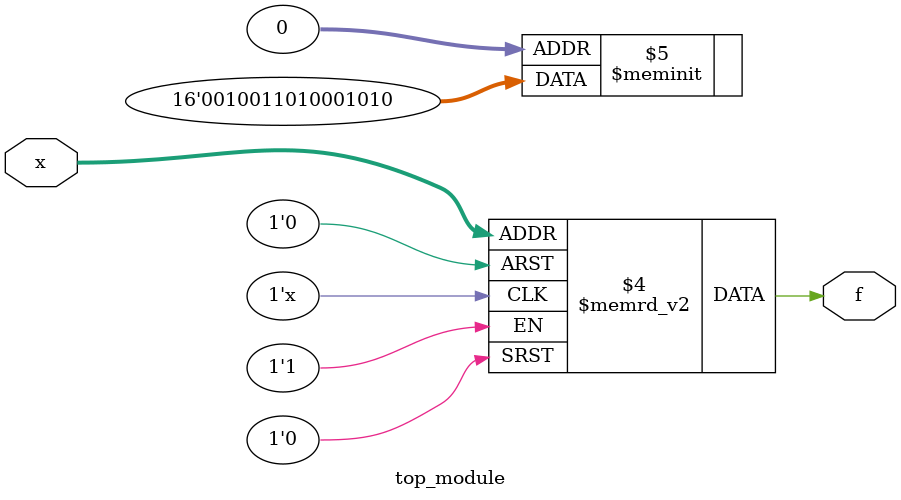
<source format=sv>
module top_module (
    input [4:1] x,
    output logic f
);

always_comb begin
    case (x)
        4'b0000, 4'b0101, 4'b1100, 4'b1111: f = 1'b0;
        4'b0001, 4'b0011, 4'b0111, 4'b1001, 4'b1010, 4'b1101: f = 1'b1;
        4'b0010, 4'b1011, 4'b1110: f = 1'b0; // Don't care condition
        default: f = 1'b0;
    endcase
end

endmodule

</source>
